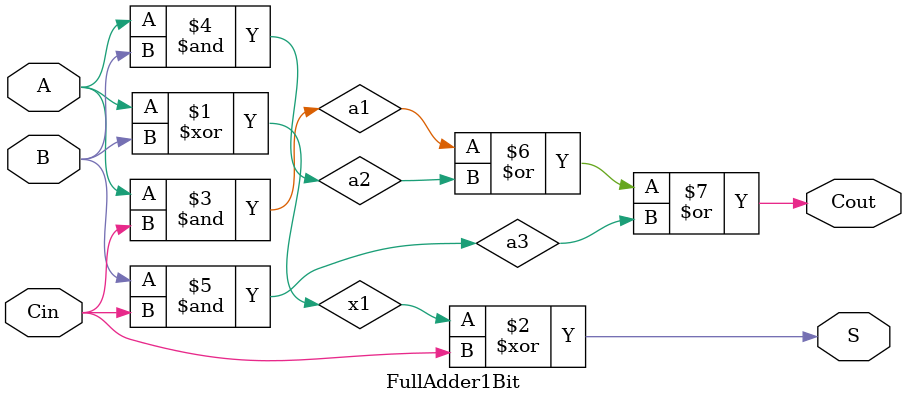
<source format=v>
module FullAdder1Bit(A, B, Cin, Cout, S);
input A, B, Cin;  
output Cout, S;    

//Fios intermediários para operações lógicas
wire x1, a1, a2, a3; 

//Primeiro passo da soma
xor Xor1(x1, A, B);

//Gera a soma final (S)
xor Xor2(S, x1, Cin);

//Cálculo das condições que geram carry (Cout)
and And1(a1, A, Cin); 
and And2(a2, A, B); 
and And3(a3, B, Cin); 

//Combina as condições de carry para formar o Cout
or Or1(Cout, a1, a2, a3);

endmodule
</source>
